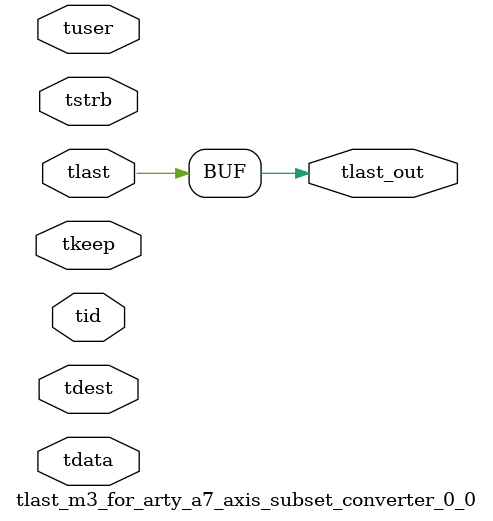
<source format=v>


`timescale 1ps/1ps

module tlast_m3_for_arty_a7_axis_subset_converter_0_0 #
(
parameter C_S_AXIS_TID_WIDTH   = 1,
parameter C_S_AXIS_TUSER_WIDTH = 0,
parameter C_S_AXIS_TDATA_WIDTH = 0,
parameter C_S_AXIS_TDEST_WIDTH = 0
)
(
input  [(C_S_AXIS_TID_WIDTH   == 0 ? 1 : C_S_AXIS_TID_WIDTH)-1:0       ] tid,
input  [(C_S_AXIS_TDATA_WIDTH == 0 ? 1 : C_S_AXIS_TDATA_WIDTH)-1:0     ] tdata,
input  [(C_S_AXIS_TUSER_WIDTH == 0 ? 1 : C_S_AXIS_TUSER_WIDTH)-1:0     ] tuser,
input  [(C_S_AXIS_TDEST_WIDTH == 0 ? 1 : C_S_AXIS_TDEST_WIDTH)-1:0     ] tdest,
input  [(C_S_AXIS_TDATA_WIDTH/8)-1:0 ] tkeep,
input  [(C_S_AXIS_TDATA_WIDTH/8)-1:0 ] tstrb,
input  [0:0]                                                             tlast,
output                                                                   tlast_out
);

assign tlast_out = {tlast};

endmodule


</source>
